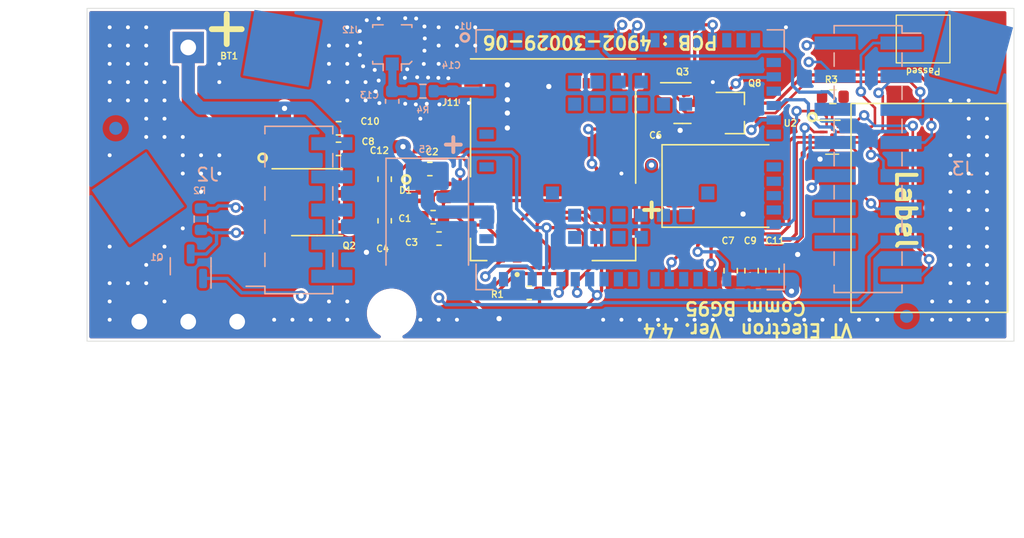
<source format=kicad_pcb>
(kicad_pcb (version 20240108) (generator "pcbnew") (generator_version "8.0")
  (layers (0 "F.Cu" signal) (1 "In1.Cu" signal) (2 "In2.Cu" signal) (31 "B.Cu" signal) (34 "B.Paste" user) (35 "F.Paste" user) (36 "B.SilkS" user "B.Silkscreen") (37 "F.SilkS" user "F.Silkscreen") (38 "B.Mask" user) (39 "F.Mask" user) (44 "Edge.Cuts" user))
  (net 0 "")
  (net 1 "GND")
  (net 5 "/uGND")
  (net 6 "/uRST")
  (net 7 "/uCLK")
  (net 8 "/uData")
  (net 9 "/uVDD")
  (net 10 "/VBAT")
  (net 11 "/uStatus")
  (net 12 "/uPWRKEY")
  (net 13 "/uDTR")
  (net 14 "/TxD")
  (net 15 "/RxD")
  (net 16 "/uDCD")
  (net 17 "/RF_OUT")
  (net 19 "/RXD")
  (net 20 "/TXD")
  (net 21 "/VDD_EXT")
  (net 22 "/DTR")
  (net 23 "/DCD")
  (net 24 "/PWRKEY")
  (net 25 "/Status")
  (net 26 "/Alim")
  (net 31 "Net-(Q1-C)")
  (net 32 "Net-(U2-OE)")
  (net 58 "/+3V6d")
  (net 59 "/+3V3_UC")
  (net 60 "/RF_OUT1")
  (net 62 "/T")
  (net 63 "/R")
  (net 64 "/D+")
  (net 65 "/D-")
  (net 66 "/Vbus")
  (footprint "Capacitor_SMD:C_0603_1608Metric" (layer "F.Cu") (at 30.51 -6.5 180)
    (property "Reference" "C1")
    (property "Value" "33p")
  )
  (footprint "Capacitor_SMD:C_0603_1608Metric" (layer "F.Cu") (at 30.26 -10.19 180)
    (property "Reference" "C2")
    (property "Value" "33p")
  )
  (footprint "Capacitor_SMD:C_0603_1608Metric" (layer "F.Cu") (at 30.9626 -4.86 180)
    (property "Reference" "C3")
    (property "Value" "33p")
  )
  (footprint "Capacitor_SMD:C_0603_1608Metric" (layer "F.Cu") (at 26.797 -6.223 -90)
    (property "Reference" "C4")
    (property "Value" "100n")
  )
  (footprint "Capacitor_Tantalum_SMD:CP_EIA-7361-38_AVX-V_Pad2.18x3.30mm_HandSolder" (layer "F.Cu") (at 52.578 -8.89)
    (property "Reference" "C6")
    (property "Value" "TAJD477K006RNJ")
  )
  (footprint "Capacitor_SMD:C_0603_1608Metric_Pad1.05x0.95mm_HandSolder" (layer "F.Cu") (at 53.3 -2.4 90)
    (property "Reference" "C7")
    (property "Value" "100n")
  )
  (footprint "Capacitor_SMD:C_0603_1608Metric_Pad1.05x0.95mm_HandSolder" (layer "F.Cu") (at 23.2664 -11.7348 180)
    (property "Reference" "C8")
    (property "Value" "100n")
  )
  (footprint "Capacitor_SMD:C_0603_1608Metric_Pad1.05x0.95mm_HandSolder" (layer "F.Cu") (at 54.9 -2.4 90)
    (property "Reference" "C9")
    (property "Value" "33p")
  )
  (footprint "Capacitor_SMD:C_0603_1608Metric_Pad1.05x0.95mm_HandSolder" (layer "F.Cu") (at 23.2664 -13.3096 180)
    (property "Reference" "C10")
    (property "Value" "33p")
  )
  (footprint "Capacitor_SMD:C_0603_1608Metric_Pad1.05x0.95mm_HandSolder" (layer "F.Cu") (at 56.5 -2.4 90)
    (property "Reference" "C11")
    (property "Value" "10p")
  )
  (footprint "Capacitor_SMD:C_0603_1608Metric_Pad1.05x0.95mm_HandSolder" (layer "F.Cu") (at 26.797 -9.412 -90)
    (property "Reference" "C12")
    (property "Value" "10p")
  )
  (footprint "Diode_SMD:SC70-6" (layer "F.Cu") (at 30.51 -8.4 -90)
    (property "Reference" "D1")
    (property "Value" "SMF05C.TCT" (hide yes))
  )
  (footprint "Package_SO:SOIC-8_3.9x4.9mm_P1.27mm" (layer "F.Cu") (at 21.625 -7.65)
    (property "Reference" "Q2")
    (property "Value" "AO4459" (hide yes))
  )
  (footprint "Package_TO_SOT_SMD:SOT-23" (layer "F.Cu") (at 53.594 -14.478)
    (property "Reference" "Q8")
    (property "Value" "DTC143TKAT146")
  )
  (footprint "Resistor_SMD:R_0603_1608Metric" (layer "F.Cu") (at 37.8714 -0.7112 180)
    (property "Reference" "R1")
    (property "Value" "15k")
  )
  (footprint "Connector_Molex:MOLEX_78646-3001" (layer "F.Cu") (at 39.7 -10.9 90)
    (property "Reference" "J11")
    (property "Value" "78646-3001")
  )
  (footprint "Package_DFN_QFN:Texas_R_PUQFN-N12" (layer "F.Cu") (at 61.075 -12.625)
    (property "Reference" "U2")
    (property "Value" "TXB0104RUT" (hide yes))
  )
  (footprint "Resistor_SMD:R_0603_1608Metric" (layer "F.Cu") (at 61.125 -15.725)
    (property "Reference" "R3")
    (property "Value" "4k7")
  )
  (footprint "Battery:HLC1520-3P" (layer "F.Cu") (at 11.75 -19.5 -90)
    (property "Reference" "BT1")
    (property "Value" "HLC1520-3P")
  )
  (footprint "MountingHole:MountingHole_2.5mm  Simpla" (layer "F.Cu") (at 27.3304 0.8636)
    (property "Reference" "H1" (hide yes))
    (property "Value" "MountingHole" (hide yes))
  )
  (footprint "Fiducial:Fiducial_1mm_Mask2mm" (layer "F.Cu") (at 72.2376 -20.2946)
    (property "Reference" "FID1" (hide yes))
    (property "Value" "Fiducial" (hide yes))
  )
  (footprint "Fiducial:Fiducial_1mm_Mask2mm" (layer "F.Cu") (at 6.223 -2.794)
    (property "Reference" "FID4" (hide yes))
    (property "Value" "Fiducial" (hide yes))
  )
  (footprint "Symbol:EtichetaDubla" (layer "F.Cu") (at 68.52 -7.21 -90)
    (property "Reference" "TP1" (hide yes))
    (property "Value" "Eticheta" (hide yes))
  )
  (footprint "Package_TO_SOT_SMD:SOT-23" (layer "F.Cu") (at 49.6085 -15.24)
    (property "Reference" "Q3")
    (property "Value" "DTC143TKAT146")
  )
  (footprint "BG95:XCVR_BG95M3LA-64-SGNS" (layer "B.Cu") (at 45.6 -10.9 -90)
    (property "Reference" "U1")
    (property "Value" "BG95")
  )
  (footprint "Capacitor_Tantalum_SMD:CP_EIA-7361-38_AVX-V_Pad2.18x3.30mm_HandSolder" (layer "B.Cu") (at 30.06 -6.48 -90)
    (property "Reference" "C5")
    (property "Value" "TAJD477K006RNJ")
  )
  (footprint "Connector_Coaxial:U.FL_Molex_MCRF_73412-0110_Vertical" (layer "B.Cu") (at 27.3812 -19.7358 180)
    (property "Reference" "J12")
    (property "Value" "CONUFL001-SMD-T" (hide yes))
  )
  (footprint "Connector_PinHeader_2.54mm:PinHeader_2x08_P2.54mm_Vertical_SMD_MOD" (layer "B.Cu") (at 63.825 -10.95 180)
    (property "Reference" "J3")
    (property "Value" "Conn_02x08_Counter_Clockwise")
  )
  (footprint "TestPoint:TestPoint_Pad_5.1x5.1mm" (layer "B.Cu") (at 18.8976 -19.431 170)
    (property "Reference" "J5" (hide yes))
    (property "Value" "Conn_01x01_Male" (hide yes))
  )
  (footprint "Fiducial:Fiducial_1mm_Mask2mm" (layer "B.Cu") (at 66.7766 1.0922 180)
    (property "Reference" "FID2" (hide yes))
    (property "Value" "Fiducial" (hide yes))
  )
  (footprint "Resistor_SMD:R_0603_1608Metric" (layer "B.Cu") (at 29.725 -16.15)
    (property "Reference" "R4")
    (property "Value" "0")
  )
  (footprint "Connector_PinHeader_2.54mm:PinHeader_2x05_P2.54mm_Vertical_SMD_MOD" (layer "B.Cu") (at 20.225 -7.05)
    (property "Reference" "J2")
    (property "Value" "Conn_02x05_Counter_Clockwise")
  )
  (footprint "Package_TO_SOT_SMD:SOT-23" (layer "B.Cu") (at 11.938 -2.7432 90)
    (property "Reference" "Q1")
    (property "Value" "DTC143TKAT146")
  )
  (footprint "Capacitor_SMD:C_0603_1608Metric" (layer "B.Cu") (at 27.375 -15.375 -90)
    (property "Reference" "C13")
    (property "Value" "DNP")
  )
  (footprint "TestPoint:TestPoint_Pad_5.1x5.1mm" (layer "B.Cu") (at 71.8058 -19.2278 165)
    (property "Reference" "J6" (hide yes))
    (property "Value" "Conn_01x01_Male" (hide yes))
  )
  (footprint "TestPoint:TestPoint_Pad_5.1x5.1mm" (layer "B.Cu") (at 7.9 -7.9502 125)
    (property "Reference" "J4" (hide yes))
    (property "Value" "Conn_01x01_Male" (hide yes))
  )
  (footprint "Resistor_SMD:R_0603_1608Metric" (layer "B.Cu") (at 12.7254 -6.35 -90)
    (property "Reference" "R2")
    (property "Value" "4k7" (hide yes))
  )
  (footprint "Fiducial:Fiducial_1mm_Mask2mm" (layer "B.Cu") (at 6.1976 -13.3096 180)
    (property "Reference" "FID3" (hide yes))
    (property "Value" "Fiducial" (hide yes))
  )
  (footprint "Capacitor_SMD:C_0603_1608Metric" (layer "B.Cu") (at 32 -15.375 -90)
    (property "Reference" "C14")
    (property "Value" "DNP")
  )
  (gr_circle (center 32.9438 -20.2692) (end 33.253847 -20.2692) (stroke (width 0.2)) (fill none) (layer "B.SilkS"))
  (gr_circle (center 28.448 -9.398) (end 28.758047 -9.398) (stroke (width 0.2)) (fill none) (layer "F.SilkS"))
  (gr_circle (center 59.563 -14.1732) (end 59.873047 -14.1732) (stroke (width 0.2)) (fill none) (layer "F.SilkS"))
  (gr_circle (center 17.4498 -11.049) (end 17.759847 -11.049) (stroke (width 0.2)) (fill none) (layer "F.SilkS"))
  (gr_rect (start 65.9826 -21.9776) (end 70.0974 -18.32) (stroke (width 0.1)) (fill none) (layer "F.SilkS"))
  (gr_line (start 4 -22.5) (end 4 3) (stroke (width 0.05)) (layer "Edge.Cuts"))
  (gr_line (start 75 3) (end 4 3) (stroke (width 0.05)) (layer "Edge.Cuts"))
  (gr_line (start 75 3) (end 75 -22.5) (stroke (width 0.05)) (layer "Edge.Cuts"))
  (gr_line (start 75 -22.5) (end 4 -22.5) (stroke (width 0.05)) (layer "Edge.Cuts"))
  (gr_text "+" (at 32.0548 -12.1666 0) (layer "B.SilkS") (effects (font (size 1.5 1.5) (thickness 0.3))))
  (gr_text "PCB : 4902-30029-06" (at 43.3 -19.89 180) (layer "F.SilkS") (effects (font (size 1 1) (thickness 0.2))))
  (gr_text "VT Electron  Ver. 4.4\n\n" (at 54.6 1.36 180) (layer "F.SilkS") (effects (font (size 1 1) (thickness 0.2))))
  (gr_text "Label" (at 66.72 -7.1 270) (layer "F.SilkS") (effects (font (size 1.5 1.5) (thickness 0.3))))
  (gr_text "Passed" (at 68.05 -17.68 180) (layer "F.SilkS") (effects (font (size 0.5 0.5) (thickness 0.1))))
  (gr_text "Comm BG95\n\n" (at 54.44 -0.33 180) (layer "F.SilkS") (effects (font (size 1 1) (thickness 0.2))))
  (gr_text "+" (at 47.244 -7.1628 0) (layer "F.SilkS") (effects (font (size 1.5 1.5) (thickness 0.3))))
  (segment (start 56.25 -3.25) (end 56.3 -3.2) (width 0.25) (layer "F.Cu") (net 1))
  (segment (start 55.7655 -8.2555) (end 54.25 -6.74) (width 0.25) (layer "F.Cu") (net 1))
  (segment (start 60.4066 -10.775) (end 60.25 -10.775) (width 0.25) (layer "F.Cu") (net 1))
  (segment (start 56.5 -3.275) (end 58.055 -3.275) (width 0.25) (layer "F.Cu") (net 1))
  (segment (start 53.3 -3.275) (end 54.875 -3.275) (width 0.25) (layer "F.Cu") (net 1))
  (segment (start 61.075 -11.825) (end 61.075 -11.025) (width 0.25) (layer "F.Cu") (net 1))
  (segment (start 55.7655 -8.89) (end 55.7655 -8.2555) (width 0.25) (layer "F.Cu") (net 1))
  (segment (start 60.825 -10.775) (end 60.4066 -10.775) (width 0.25) (layer "F.Cu") (net 1))
  (segment (start 49.43 -13.15) (end 49.808 -13.528) (width 0.25) (layer "F.Cu") (net 1))
  (segment (start 60.4066 -10.775) (end 60.3196 -10.775) (width 0.25) (layer "F.Cu") (net 1))
  (segment (start 58.432288 -3.647712) (end 58.432288 -3.644211) (width 0.25) (layer "F.Cu") (net 1))
  (segment (start 60.3196 -10.775) (end 60.1472 -10.9474) (width 0.25) (layer "F.Cu") (net 1))
  (segment (start 48.9 -13.15) (end 49.43 -13.15) (width 0.25) (layer "F.Cu") (net 1))
  (segment (start 60.25 -10.775) (end 60.225 -10.8) (width 0.25) (layer "F.Cu") (net 1))
  (segment (start 58.055 -3.275) (end 58.43 -3.65) (width 0.25) (layer "F.Cu") (net 1))
  (segment (start 48.671 -14.29) (end 48.671 -13.379) (width 0.25) (layer "F.Cu") (net 1))
  (segment (start 54.9 -3.275) (end 56.275 -3.275) (width 0.25) (layer "F.Cu") (net 1))
  (segment (start 48.671 -13.379) (end 48.9 -13.15) (width 0.25) (layer "F.Cu") (net 1))
  (segment (start 54.875 -3.275) (end 54.9 -3.25) (width 0.25) (layer "F.Cu") (net 1))
  (segment (start 49.808 -13.528) (end 52.594 -13.528) (width 0.25) (layer "F.Cu") (net 1))
  (segment (start 54.875 -3.275) (end 54.9 -3.3) (width 0.25) (layer "F.Cu") (net 1))
  (segment (start 58.43 -3.65) (end 58.432288 -3.647712) (width 0.25) (layer "F.Cu") (net 1))
  (segment (start 61.075 -11.025) (end 60.825 -10.775) (width 0.25) (layer "F.Cu") (net 1))
  (via (at 30.0228 -15.1892) (size 0.6) (drill 0.3) (layers "F.Cu" "B.Cu") (net 1))
  (via (at 22.533 -0.045394) (size 0.6) (drill 0.3) (layers "F.Cu" "B.Cu") (net 1))
  (via (at 12.733 -9.845394) (size 0.6) (drill 0.3) (layers "F.Cu" "B.Cu") (net 1))
  (via (at 71.533 -8.445394) (size 0.6) (drill 0.3) (layers "F.Cu" "B.Cu") (net 1))
  (via (at 58.933 1.354606) (size 0.6) (drill 0.3) (layers "F.Cu" "B.Cu") (net 1))
  (via (at 39.37 -16.51) (size 0.8) (drill 0.4) (layers "F.Cu" "B.Cu") (net 1))
  (via (at 26.3398 -16.9672) (size 0.6) (drill 0.3) (layers "F.Cu" "B.Cu") (net 1))
  (via (at 11.333 -11.245394) (size 0.6) (drill 0.3) (layers "F.Cu" "B.Cu") (net 1))
  (via (at 30.933 -18.245394) (size 0.6) (drill 0.3) (layers "F.Cu" "B.Cu") (net 1))
  (via (at 70.133 -8.445394) (size 0.6) (drill 0.3) (layers "F.Cu" "B.Cu") (net 1))
  (via (at 70.133 -7.045394) (size 0.6) (drill 0.3) (layers "F.Cu" "B.Cu") (net 1))
  (via (at 58.432288 -3.644211) (size 0.8) (drill 0.4) (layers "F.Cu" "B.Cu") (net 1))
  (via (at 28.5242 -17.8308) (size 0.6) (drill 0.3) (layers "F.Cu" "B.Cu") (net 1))
  (via (at 5.733 -4.245394) (size 0.6) (drill 0.3) (layers "F.Cu" "B.Cu") (net 1))
  (via (at 60.333 1.354606) (size 0.6) (drill 0.3) (layers "F.Cu" "B.Cu") (net 1))
  (via (at 29.533 -14.045394) (size 0.6) (drill 0.3) (layers "F.Cu" "B.Cu") (net 1))
  (via (at 32.333 1.354606) (size 0.6) (drill 0.3) (layers "F.Cu" "B.Cu") (net 1))
  (via (at 36.195 -13.335) (size 0.8) (drill 0.4) (layers "F.Cu" "B.Cu") (net 1))
  (via (at 11.333 -12.645394) (size 0.6) (drill 0.3) (layers "F.Cu" "B.Cu") (net 1))
  (via (at 70.133 -5.645394) (size 0.6) (drill 0.3) (layers "F.Cu" "B.Cu") (net 1))
  (via (at 26.035 -17.78) (size 0.6) (drill 0.3) (layers "F.Cu" "B.Cu") (net 1))
  (via (at 24.9174 -19.8628) (size 0.6) (drill 0.3) (layers "F.Cu" "B.Cu") (net 1))
  (via (at 72.933 -11.245394) (size 0.6) (drill 0.3) (layers "F.Cu" "B.Cu") (net 1))
  (via (at 72.933 1.354606) (size 0.6) (drill 0.3) (layers "F.Cu" "B.Cu") (net 1))
  (via (at 72.933 -4.245394) (size 0.6) (drill 0.3) (layers "F.Cu" "B.Cu") (net 1))
  (via (at 5.733 -11.245394) (size 0.6) (drill 0.3) (layers "F.Cu" "B.Cu") (net 1))
  (via (at 72.933 -9.845394) (size 0.6) (drill 0.3) (layers "F.Cu" "B.Cu") (net 1))
  (via (at 5.733 -21.045394) (size 0.6) (drill 0.3) (layers "F.Cu" "B.Cu") (net 1))
  (via (at 33.733 -21.045394) (size 0.6) (drill 0.3) (layers "F.Cu" "B.Cu") (net 1))
  (via (at 14.133 -18.245394) (size 0.6) (drill 0.3) (layers "F.Cu" "B.Cu") (net 1))
  (via (at 5.733 -19.645394) (size 0.6) (drill 0.3) (layers "F.Cu" "B.Cu") (net 1))
  (via (at 35.56 1.27) (size 0.8) (drill 0.4) (layers "F.Cu" "B.Cu") (net 1))
  (via (at 30.1244 -17.1958) (size 0.6) (drill 0.3) (layers "F.Cu" "B.Cu") (net 1))
  (via (at 29.7942 -18.2372) (size 0.6) (drill 0.3) (layers "F.Cu" "B.Cu") (net 1))
  (via (at 12.733 -8.445394) (size 0.6) (drill 0.3) (layers "F.Cu" "B.Cu") (net 1))
  (via (at 70.133 -11.245394) (size 0.6) (drill 0.3) (layers "F.Cu" "B.Cu") (net 1))
  (via (at 71.533 -1.445394) (size 0.6) (drill 0.3) (layers "F.Cu" "B.Cu") (net 1))
  (via (at 60.1472 -10.9474) (size 0.8) (drill 0.4) (layers "F.Cu" "B.Cu") (net 1))
  (via (at 22.533 -18.245394) (size 0.6) (drill 0.3) (layers "F.Cu" "B.Cu") (net 1))
  (via (at 29.533 1.354606) (size 0.6) (drill 0.3) (layers "F.Cu" "B.Cu") (net 1))
  (via (at 8.533 -16.845394) (size 0.6) (drill 0.3) (layers "F.Cu" "B.Cu") (net 1))
  (via (at 7.133 -21.045394) (size 0.6) (drill 0.3) (layers "F.Cu" "B.Cu") (net 1))
  (via (at 26.3906 -15.24) (size 0.6) (drill 0.3) (layers "F.Cu" "B.Cu") (net 1))
  (via (at 33.733 -19.645394) (size 0.6) (drill 0.3) (layers "F.Cu" "B.Cu") (net 1))
  (via (at 70.133 -9.845394) (size 0.6) (drill 0.3) (layers "F.Cu" "B.Cu") (net 1))
  (via (at 44.933 -9.845394) (size 0.6) (drill 0.3) (layers "F.Cu" "B.Cu") (net 1))
  (via (at 29.2862 -17.2212) (size 0.6) (drill 0.3) (layers "F.Cu" "B.Cu") (net 1))
  (via (at 9.933 -0.045394) (size 0.6) (drill 0.3) (layers "F.Cu" "B.Cu") (net 1))
  (via (at 8.533 -21.045394) (size 0.6) (drill 0.3) (layers "F.Cu" "B.Cu") (net 1))
  (via (at 70.133 1.354606) (size 0.6) (drill 0.3) (layers "F.Cu" "B.Cu") (net 1))
  (via (at 5.733 -1.445394) (size 0.6) (drill 0.3) (layers "F.Cu" "B.Cu") (net 1))
  (via (at 7.133 -1.445394) (size 0.6) (drill 0.3) (layers "F.Cu" "B.Cu") (net 1))
  (via (at 25.333 -16.845394) (size 0.6) (drill 0.3) (layers "F.Cu" "B.Cu") (net 1))
  (via (at 72.933 -5.645394) (size 0.6) (drill 0.3) (layers "F.Cu" "B.Cu") (net 1))
  (via (at 71.533 -9.845394) (size 0.6) (drill 0.3) (layers "F.Cu" "B.Cu") (net 1))
  (via (at 9.933 -15.445394) (size 0.6) (drill 0.3) (layers "F.Cu" "B.Cu") (net 1))
  (via (at 8.533 -15.445394) (size 0.6) (drill 0.3) (layers "F.Cu" "B.Cu") (net 1))
  (via (at 49.133 1.354606) (size 0.6) (drill 0.3) (layers "F.Cu" "B.Cu") (net 1))
  (via (at 14.133 -9.845394) (size 0.6) (drill 0.3) (layers "F.Cu" "B.Cu") (net 1))
  (via (at 57.533 -21.045394) (size 0.6) (drill 0.3) (layers "F.Cu" "B.Cu") (net 1))
  (via (at 31.6738 -17.145) (size 0.6) (drill 0.3) (layers "F.Cu" "B.Cu") (net 1))
  (via (at 8.533 -2.845394) (size 0.6) (drill 0.3) (layers "F.Cu" "B.Cu") (net 1))
  (via (at 28.3718 -15.1892) (size 0.6) (drill 0.3) (layers "F.Cu" "B.Cu") (net 1))
  (via (at 70.133 -0.045394) (size 0.6) (drill 0.3) (layers "F.Cu" "B.Cu") (net 1))
  (via (at 57.533 1.354606) (size 0.6) (drill 0.3) (layers "F.Cu" "B.Cu") (net 1))
  (via (at 9.933 -12.645394) (size 0.6) (drill 0.3) (layers "F.Cu" "B.Cu") (net 1))
  (via (at 25.333 -15.445394) (size 0.6) (drill 0.3) (layers "F.Cu" "B.Cu") (net 1))
  (via (at 32.333 -19.645394) (size 0.6) (drill 0.3) (layers "F.Cu" "B.Cu") (net 1))
  (via (at 72.933 -12.645394) (size 0.6) (drill 0.3) (layers "F.Cu" "B.Cu") (net 1))
  (via (at 36.195 -14.478) (size 0.8) (drill 0.4) (layers "F.Cu" "B.Cu") (net 1))
  (via (at 72.933 -7.045394) (size 0.6) (drill 0.3) (layers "F.Cu" "B.Cu") (net 1))
  (via (at 18.333 1.354606) (size 0.6) (drill 0.3) (layers "F.Cu" "B.Cu") (net 1))
  (via (at 71.533 1.354606) (size 0.6) (drill 0.3) (layers "F.Cu" "B.Cu") (net 1))
  (via (at 43.533 1.354606) (size 0.6) (drill 0.3) (layers "F.Cu" "B.Cu") (net 1))
  (via (at 7.133 -15.445394) (size 0.6) (drill 0.3) (layers "F.Cu" "B.Cu") (net 1))
  (via (at 30.9118 -17.1704) (size 0.6) (drill 0.3) (layers "F.Cu" "B.Cu") (net 1))
  (via (at 8.533 -14.045394) (size 0.6) (drill 0.3) (layers "F.Cu" "B.Cu") (net 1))
  (via (at 63.133 1.354606) (size 0.6) (drill 0.3) (layers "F.Cu" "B.Cu") (net 1))
  (via (at 26.3398 -21.717) (size 0.6) (drill 0.3) (layers "F.Cu" "B.Cu") (net 1))
  (via (at 12.733 -11.245394) (size 0.6) (drill 0.3) (layers "F.Cu" "B.Cu") (net 1))
  (via (at 8.533 -12.645394) (size 0.6) (drill 0.3) (layers "F.Cu" "B.Cu") (net 1))
  (via (at 68.733 1.354606) (size 0.6) (drill 0.3) (layers "F.Cu" "B.Cu") (net 1))
  (via (at 23.933 -16.845394) (size 0.6) (drill 0.3) (layers "F.Cu" "B.Cu") (net 1))
  (via (at 7.133 -18.245394) (size 0.6) (drill 0.3) (layers "F.Cu" "B.Cu") (net 1))
  (via (at 28.3464 -17.1704) (size 0.6) (drill 0.3) (layers "F.Cu" "B.Cu") (net 1))
  (via (at 22.533 1.354606) (size 0.6) (drill 0.3) (layers "F.Cu" "B.Cu") (net 1))
  (via (at 70.133 -1.445394) (size 0.6) (drill 0.3) (layers "F.Cu" "B.Cu") (net 1))
  (via (at 24.892 -18.923) (size 0.6) (drill 0.3) (layers "F.Cu" "B.Cu") (net 1))
  (via (at 7.133 -16.845394) (size 0.6) (drill 0.3) (layers "F.Cu" "B.Cu") (net 1))
  (via (at 8.533 -1.445394) (size 0.6) (drill 0.3) (layers "F.Cu" "B.Cu") (net 1))
  (via (at 71.533 -4.245394) (size 0.6) (drill 0.3) (layers "F.Cu" "B.Cu") (net 1))
  (via (at 23.933 1.354606) (size 0.6) (drill 0.3) (layers "F.Cu" "B.Cu") (net 1))
  (via (at 29.845 -19.2532) (size 0.6) (drill 0.3) (layers "F.Cu" "B.Cu") (net 1))
  (via (at 8.533 -18.245394) (size 0.6) (drill 0.3) (layers "F.Cu" "B.Cu") (net 1))
  (via (at 29.21 -21.717) (size 0.6) (drill 0.3) (layers "F.Cu" "B.Cu") (net 1))
  (via (at 30.933 1.354606) (size 0.6) (drill 0.3) (layers "F.Cu" "B.Cu") (net 1))
  (via (at 8.533 -19.645394) (size 0.6) (drill 0.3) (layers "F.Cu" "B.Cu") (net 1))
  (via (at 24.892 -20.7518) (size 0.6) (drill 0.3) (layers "F.Cu" "B.Cu") (net 1))
  (via (at 30.933 -19.645394) (size 0.6) (drill 0.3) (layers "F.Cu" "B.Cu") (net 1))
  (via (at 14.133 -11.245394) (size 0.6) (drill 0.3) (layers "F.Cu" "B.Cu") (net 1))
  (via (at 11.333 -5.645394) (size 0.6) (drill 0.3) (layers "F.Cu" "B.Cu") (net 1))
  (via (at 14.133 -16.845394) (size 0.6) (drill 0.3) (layers "F.Cu" "B.Cu") (net 1))
  (via (at 30.933 -21.045394) (size 0.6) (drill 0.3) (layers "F.Cu" "B.Cu") (net 1))
  (via (at 71.533 -12.645394) (size 0.6) (drill 0.3) (layers "F.Cu" "B.Cu") (net 1))
  (via (at 25.4 -3.81) (size 0.8) (drill 0.4) (layers "F.Cu" "B.Cu") (net 1))
  (via (at 36.195 -16.637) (size 0.8) (drill 0.4) (layers "F.Cu" "B.Cu") (net 1))
  (via (at 49.43 -13.15) (size 0.8) (drill 0.4) (layers "F.Cu" "B.Cu") (net 1))
  (via (at 36.195 -15.494) (size 0.8) (drill 0.4) (layers "F.Cu" "B.Cu") (net 1))
  (via (at 22.533 -19.645394) (size 0.6) (drill 0.3) (layers "F.Cu" "B.Cu") (net 1))
  (via (at 23.933 -19.645394) (size 0.6) (drill 0.3) (layers "F.Cu" "B.Cu") (net 1))
  (via (at 23.933 -21.045394) (size 0.6) (drill 0.3) (layers "F.Cu" "B.Cu") (net 1))
  (via (at 9.933 -4.245394) (size 0.6) (drill 0.3) (layers "F.Cu" "B.Cu") (net 1))
  (via (at 19.733 1.354606) (size 0.6) (drill 0.3) (layers "F.Cu" "B.Cu") (net 1))
  (via (at 70.133 -15.445394) (size 0.6) (drill 0.3) (layers "F.Cu" "B.Cu") (net 1))
  (via (at 72.933 -14.045394) (size 0.6) (drill 0.3) (layers "F.Cu" "B.Cu") (net 1))
  (via (at 44.933 1.354606) (size 0.6) (drill 0.3) (layers "F.Cu" "B.Cu") (net 1))
  (via (at 32.333 -21.045394) (size 0.6) (drill 0.3) (layers "F.Cu" "B.Cu") (net 1))
  (via (at 72.933 -0.045394) (size 0.6) (drill 0.3) (layers "F.Cu" "B.Cu") (net 1))
  (via (at 21.133 1.354606) (size 0.6) (drill 0.3) (layers "F.Cu" "B.Cu") (net 1))
  (via (at 56.133 1.354606) (size 0.6) (drill 0.3) (layers "F.Cu" "B.Cu") (net 1))
  (via (at 33.2486 -15.24) (size 0.6) (drill 0.3) (layers "F.Cu" "B.Cu") (net 1))
  (via (at 50.533 1.354606) (size 0.6) (drill 0.3) (layers "F.Cu" "B.Cu") (net 1))
  (via (at 71.533 -2.845394) (size 0.6) (drill 0.3) (layers "F.Cu" "B.Cu") (net 1))
  (via (at 25.4254 -21.59) (size 0.6) (drill 0.3) (layers "F.Cu" "B.Cu") (net 1))
  (via (at 5.733 1.354606) (size 0.6) (drill 0.3) (layers "F.Cu" "B.Cu") (net 1))
  (via (at 23.933 -18.245394) (size 0.6) (drill 0.3) (layers "F.Cu" "B.Cu") (net 1))
  (via (at 29.1846 -15.1384) (size 0.6) (drill 0.3) (layers "F.Cu" "B.Cu") (net 1))
  (via (at 71.533 -11.245394) (size 0.6) (drill 0.3) (layers "F.Cu" "B.Cu") (net 1))
  (via (at 71.533 -15.445394) (size 0.6) (drill 0.3) (layers "F.Cu" "B.Cu") (net 1))
  (via (at 5.733 -18.245394) (size 0.6) (drill 0.3) (layers "F.Cu" "B.Cu") (net 1))
  (via (at 29.845 -21.1074) (size 0.6) (drill 0.3) (layers "F.Cu" "B.Cu") (net 1))
  (via (at 26.1112 -16.129) (size 0.6) (drill 0.3) (layers "F.Cu" "B.Cu") (net 1))
  (via (at 47.733 1.354606) (size 0.6) (drill 0.3) (layers "F.Cu" "B.Cu") (net 1))
  (via (at 72.933 -8.445394) (size 0.6) (drill 0.3) (layers "F.Cu" "B.Cu") (net 1))
  (via (at 5.733 -15.445394) (size 0.6) (drill 0.3) (layers "F.Cu" "B.Cu") (net 1))
  (via (at 28.3718 -21.7424) (size 0.6) (drill 0.3) (layers "F.Cu" "B.Cu") (net 1))
  (via (at 54.25 -6.74) (size 0.8) (drill 0.4) (layers "F.Cu" "B.Cu") (net 1))
  (via (at 68.733 -0.045394) (size 0.6) (drill 0.3) (layers "F.Cu" "B.Cu") (net 1))
  (via (at 47.733 -12.645394) (size 0.6) (drill 0.3) (layers "F.Cu" "B.Cu") (net 1))
  (via (at 51.933 1.354606) (size 0.6) (drill 0.3) (layers "F.Cu" "B.Cu") (net 1))
  (via (at 71.533 -14.045394) (size 0.6) (drill 0.3) (layers "F.Cu" "B.Cu") (net 1))
  (via (at 22.533 -16.845394) (size 0.6) (drill 0.3) (layers "F.Cu" "B.Cu") (net 1))
  (via (at 64.533 1.354606) (size 0.6) (drill 0.3) (layers "F.Cu" "B.Cu") (net 1))
  (via (at 29.8704 -20.193) (size 0.6) (drill 0.3) (layers "F.Cu" "B.Cu") (net 1))
  (via (at 9.933 -14.045394) (size 0.6) (drill 0.3) (layers "F.Cu" "B.Cu") (net 1))
  (via (at 9.933 -16.845394) (size 0.6) (drill 0.3) (layers "F.Cu" "B.Cu") (net 1))
  (via (at 54.733 1.354606) (size 0.6) (drill 0.3) (layers "F.Cu" "B.Cu") (net 1))
  (via (at 72.933 -1.445394) (size 0.6) (drill 0.3) (layers "F.Cu" "B.Cu") (net 1))
  (via (at 23.933 -0.045394) (size 0.6) (drill 0.3) (layers "F.Cu" "B.Cu") (net 1))
  (via (at 71.533 -0.045394) (size 0.6) (drill 0.3) (layers "F.Cu" "B.Cu") (net 1))
  (via (at 7.133 -19.645394) (size 0.6) (drill 0.3) (layers "F.Cu" "B.Cu") (net 1))
  (via (at 46.333 1.354606) (size 0.6) (drill 0.3) (layers "F.Cu" "B.Cu") (net 1))
  (via (at 70.133 -2.845394) (size 0.6) (drill 0.3) (layers "F.Cu" "B.Cu") (net 1))
  (via (at 5.733 -16.845394) (size 0.6) (drill 0.3) (layers "F.Cu" "B.Cu") (net 1))
  (via (at 71.533 -7.045394) (size 0.6) (drill 0.3) (layers "F.Cu" "B.Cu") (net 1))
  (via (at 25.146 -18.0594) (size 0.6) (drill 0.3) (layers "F.Cu" "B.Cu") (net 1))
  (via (at 72.933 -2.845394) (size 0.6) (drill 0.3) (layers "F.Cu" "B.Cu") (net 1))
  (via (at 70.133 -4.245394) (size 0.6) (drill 0.3) (layers "F.Cu" "B.Cu") (net 1))
  (via (at 61.733 1.354606) (size 0.6) (drill 0.3) (layers "F.Cu" "B.Cu") (net 1))
  (via (at 5.733 -0.045394) (size 0.6) (drill 0.3) (layers "F.Cu" "B.Cu") (net 1))
  (via (at 30.988 -15.1384) (size 0.6) (drill 0.3) (layers "F.Cu" "B.Cu") (net 1))
  (via (at 11.333 -9.845394) (size 0.6) (drill 0.3) (layers "F.Cu" "B.Cu") (net 1))
  (via (at 53.333 1.354606) (size 0.6) (drill 0.3) (layers "F.Cu" "B.Cu") (net 1))
  (via (at 23.933 -15.445394) (size 0.6) (drill 0.3) (layers "F.Cu" "B.Cu") (net 1))
  (via (at 51.933 -16.845394) (size 0.6) (drill 0.3) (layers "F.Cu" "B.Cu") (net 1))
  (segment (start 33.43 -7.775) (end 35.925 -7.775) (width 0.25) (layer "F.Cu") (net 5))
  (segment (start 35.675 -4.725) (end 34.5 -5.9) (width 0.25) (layer "F.Cu") (net 5))
  (segment (start 43.025 -7.775) (end 43.025 -10.25) (width 0.25) (layer "F.Cu") (net 5))
  (segment (start 42.4 -13.25) (end 45.175 -13.25) (width 0.25) (layer "F.Cu") (net 5))
  (segment (start 28.01 -6.9) (end 28.41 -6.5) (width 0.25) (layer "F.Cu") (net 5))
  (segment (start 34.5 -5.9) (end 33.6 -5.9) (width 0.25) (layer "F.Cu") (net 5))
  (segment (start 29.4725 -10.19) (end 29.4725 -10.9225) (width 0.25) (layer "F.Cu") (net 5))
  (segment (start 36.795 -7.775) (end 43.025 -7.775) (width 0.25) (layer "F.Cu") (net 5))
  (segment (start 45.24 -17.9) (end 45.805 -17.335) (width 0.25) (layer "F.Cu") (net 5))
  (segment (start 28.41 -6.5) (end 29.61 -6.5) (width 0.25) (layer "F.Cu") (net 5))
  (segment (start 28.11 -8.4) (end 28.01 -8.3) (width 0.25) (layer "F.Cu") (net 5))
  (segment (start 27.8995 -7.0105) (end 28.01 -6.9) (width 0.25) (layer "F.Cu") (net 5))
  (segment (start 26.797 -7.0105) (end 27.8995 -7.0105) (width 0.25) (layer "F.Cu") (net 5))
  (segment (start 29.6 -11.05) (end 29.01 -11.05) (width 0.25) (layer "F.Cu") (net 5))
  (segment (start 32.78548 -11.05) (end 29.6 -11.05) (width 0.25) (layer "F.Cu") (net 5))
  (segment (start 45.925 -7.775) (end 46 -7.7) (width 0.25) (layer "F.Cu") (net 5))
  (segment (start 29.4725 -10.9225) (end 29.6 -11.05) (width 0.25) (layer "F.Cu") (net 5))
  (segment (start 35.55 -17.9) (end 45.24 -17.9) (width 0.25) (layer "F.Cu") (net 5))
  (segment (start 46 -7.7) (end 46 -5.8) (width 0.25) (layer "F.Cu") (net 5))
  (segment (start 29.7225 -5.3126) (end 30.1751 -4.86) (width 0.25) (layer "F.Cu") (net 5))
  (segment (start 35.675 -3.605) (end 35.675 -3.135) (width 0.25) (layer "F.Cu") (net 5))
  (segment (start 29.01 -11.05) (end 28.16 -10.2) (width 0.25) (layer "F.Cu") (net 5))
  (segment (start 43.025 -10.25) (end 42.675 -10.6) (width 0.25) (layer "F.Cu") (net 5))
  (segment (start 35.675 -3.605) (end 35.675 -4.725) (width 0.25) (layer "F.Cu") (net 5))
  (segment (start 28.01 -10.05) (end 28.01 -8.3) (width 0.25) (layer "F.Cu") (net 5))
  (segment (start 45.805 -13.88) (end 45.805 -17.335) (width 0.25) (layer "F.Cu") (net 5))
  (segment (start 43.025 -7.775) (end 45.925 -7.775) (width 0.25) (layer "F.Cu") (net 5))
  (segment (start 35.925 -7.775) (end 36.795 -7.775) (width 0.25) (layer "F.Cu") (net 5))
  (segment (start 34.985 -17.335) (end 35.55 -17.9) (width 0.25) (layer "F.Cu") (net 5))
  (segment (start 33.4 -5.9) (end 33.4 -7.8) (width 0.25) (layer "F.Cu") (net 5))
  (segment (start 33.6 -5.9) (end 33.4 -5.9) (width 0.25) (layer "F.Cu") (net 5))
  (segment (start 29.7225 -6.5) (end 29.7225 -5.3126) (width 0.25) (layer "F.Cu") (net 5))
  (segment (start 33.43 -10.40548) (end 32.78548 -11.05) (width 0.25) (layer "F.Cu") (net 5))
  (segment (start 28.01 -6.9) (end 28.01 -8.3) (width 0.25) (layer "F.Cu") (net 5))
  (segment (start 35.675 -3.135) (end 35.675 -3.125) (width 0.25) (layer "F.Cu") (net 5))
  (segment (start 29.56 -8.4) (end 28.11 -8.4) (width 0.25) (layer "F.Cu") (net 5))
  (segment (start 45.175 -13.25) (end 45.805 -13.88) (width 0.25) (layer "F.Cu") (net 5))
  (segment (start 28.16 -10.2) (end 28.01 -10.05) (width 0.25) (layer "F.Cu") (net 5))
  (segment (start 33.595 -17.335) (end 34.985 -17.335) (width 0.25) (layer "F.Cu") (net 5))
  (segment (start 33.43 -7.775) (end 33.43 -10.40548) (width 0.25) (layer "F.Cu") (net 5))
  (segment (start 35.675 -3.125) (end 34.51 -1.96) (width 0.25) (layer "F.Cu") (net 5))
  (via (at 42.675 -10.6) (size 0.8) (drill 0.4) (layers "F.Cu" "B.Cu") (net 5))
  (via (at 34.51 -1.96) (size 0.8) (drill 0.4) (layers "F.Cu" "B.Cu") (net 5))
  (via (at 42.4 -13.25) (size 0.8) (drill 0.4) (layers "F.Cu" "B.Cu") (net 5))
  (segment (start 42.675 -12.975) (end 42.4 -13.25) (width 0.25) (layer "B.Cu") (net 5))
  (segment (start 35.31 -2.76) (end 37.69 -2.76) (width 0.25) (layer "B.Cu") (net 5))
  (segment (start 38.1 -2.35) (end 38.1 -1.75) (width 0.25) (layer "B.Cu") (net 5))
  (segment (start 42.675 -10.6) (end 42.675 -12.975) (width 0.25) (layer "B.Cu") (net 5))
  (segment (start 34.51 -1.96) (end 35.31 -2.76) (width 0.25) (layer "B.Cu") (net 5))
  (segment (start 37.69 -2.76) (end 38.1 -2.35) (width 0.25) (layer "B.Cu") (net 5))
  (segment (start 32.38 -6.5) (end 32.87 -6.01) (width 0.25) (layer "F.Cu") (net 6))
  (segment (start 36.59 -2.63) (end 39.32 -2.63) (width 0.25) (layer "F.Cu") (net 6))
  (segment (start 42.95 -5.38) (end 42.95 -2.980978) (width 0.25) (layer "F.Cu") (net 6))
  (segment (start 32.87 -2.38) (end 34.05 -1.2) (width 0.25) (layer "F.Cu") (net 6))
  (segment (start 41.905489 -6.424511) (end 42.95 -5.38) (width 0.25) (layer "F.Cu") (net 6))
  (segment (start 31.2975 -6.5) (end 31.2975 -7.5875) (width 0.25) (layer "F.Cu") (net 6))
  (segment (start 41.54 -1.570978) (end 41.54 -0.719989) (width 0.25) (layer "F.Cu") (net 6))
  (segment (start 38.475489 -5.104511) (end 38.475489 -6.000103) (width 0.25) (layer "F.Cu") (net 6))
  (segment (start 39.485 -4.095) (end 38.475489 -5.104511) (width 0.25) (layer "F.Cu") (net 6))
  (segment (start 32.87 -6.01) (end 32.87 -2.38) (width 0.25) (layer "F.Cu") (net 6))
  (segment (start 34.05 -1.2) (end 35.16 -1.2) (width 0.25) (layer "F.Cu") (net 6))
  (segment (start 39.485 -3.605) (end 39.485 -4.095) (width 0.25) (layer "F.Cu") (net 6))
  (segment (start 35.16 -1.2) (end 36.59 -2.63) (width 0.25) (layer "F.Cu") (net 6))
  (segment (start 39.32 -2.63) (end 39.485 -2.795) (width 0.25) (layer "F.Cu") (net 6))
  (segment (start 39.485 -2.795) (end 39.485 -3.605) (width 0.25) (layer "F.Cu") (net 6))
  (segment (start 38.899897 -6.424511) (end 41.905489 -6.424511) (width 0.25) (layer "F.Cu") (net 6))
  (segment (start 38.475489 -6.000103) (end 38.899897 -6.424511) (width 0.25) (layer "F.Cu") (net 6))
  (segment (start 31.2975 -6.5) (end 32.38 -6.5) (width 0.25) (layer "F.Cu") (net 6))
  (segment (start 31.2975 -7.5875) (end 31.46 -7.75) (width 0.25) (layer "F.Cu") (net 6))
  (segment (start 42.95 -2.980978) (end 41.54 -1.570978) (width 0.25) (layer "F.Cu") (net 6))
  (via (at 41.54 -0.719989) (size 0.8) (drill 0.4) (layers "F.Cu" "B.Cu") (net 6))
  (segment (start 41.4 -0.67) (end 41.449989 -0.719989) (width 0.25) (layer "B.Cu") (net 6))
  (segment (start 41.4 -1.75) (end 41.4 -0.67) (width 0.25) (layer "B.Cu") (net 6))
  (segment (start 41.449989 -0.719989) (end 41.54 -0.719989) (width 0.25) (layer "B.Cu") (net 6))
  (segment (start 32.33 -9.05) (end 32.58 -9.3) (width 0.25) (layer "F.Cu") (net 7))
  (segment (start 41.5 -5.7) (end 39.2 -5.7) (width 0.25) (layer "F.Cu") (net 7))
  (segment (start 42.025 -5.175) (end 41.5 -5.7) (width 0.25) (layer "F.Cu") (net 7))
  (segment (start 31.46 -9.05) (end 32.33 -9.05) (width 0.25) (layer "F.Cu") (net 7))
  (segment (start 31.0475 -9.4625) (end 31.46 -9.05) (width 0.25) (layer "F.Cu") (net 7))
  (segment (start 31.0475 -10.19) (end 31.0475 -9.4625) (width 0.25) (layer "F.Cu") (net 7))
  (segment (start 42.025 -3.605) (end 42.025 -5.175) (width 0.25) (layer "F.Cu") (net 7))
  (segment (start 32.58 -9.3) (end 32.58 -9.9) (width 0.25) (layer "F.Cu") (net 7))
  (via (at 32.58 -9.9) (size 0.8) (drill 0.4) (layers "F.Cu" "B.Cu") (net 7))
  (via (at 39.2 -5.7) (size 0.8) (drill 0.4) (layers "F.Cu" "B.Cu") (net 7))
  (segment (start 36.91 -7.14) (end 38.35 -5.7) (width 0.25) (layer "B.Cu") (net 7))
  (segment (start 36.53 -11.5) (end 36.91 -11.12) (width 0.25) (layer "B.Cu") (net 7))
  (segment (start 32.58 -9.9) (end 32.58 -10.94) (width 0.25) (layer "B.Cu") (net 7))
  (segment (start 32.58 -10.94) (end 33.14 -11.5) (width 0.25) (layer "B.Cu") (net 7))
  (segment (start 33.14 -11.5) (end 36.53 -11.5) (width 0.25) (layer "B.Cu") (net 7))
  (segment (start 36.91 -11.12) (end 36.91 -7.14) (width 0.25) (layer "B.Cu") (net 7))
  (segment (start 39.2 -1.9) (end 39.3 -1.8) (width 0.25) (layer "B.Cu") (net 7))
  (segment (start 39.2 -5.7) (end 39.2 -1.9) (width 0.25) (layer "B.Cu") (net 7))
  (segment (start 38.35 -5.7) (end 39.2 -5.7) (width 0.25) (layer "B.Cu") (net 7))
  (segment (start 40.50048 -2.18048) (end 37.18168 -2.18048) (width 0.25) (layer "F.Cu") (net 8))
  (segment (start 31.7501 -2.8701) (end 31.7501 -4.86) (width 0.25) (layer "F.Cu") (net 8))
  (segment (start 37.0839 -2.0827) (end 37.18168 -2.18048) (width 0.25) (layer "F.Cu") (net 8))
  (segment (start 40.13 -0.72) (end 40.755 -1.345) (width 0.25) (layer "F.Cu") (net 8))
  (segment (start 40.755 -2.435) (end 40.50048 -2.18048) (width 0.25) (layer "F.Cu") (net 8))
  (segment (start 40.755 -2.435) (end 40.755 -3.605) (width 0.25) (layer "F.Cu") (net 8))
  (segment (start 36.84048 -2.18048) (end 35.41 -0.75) (width 0.25) (layer "F.Cu") (net 8))
  (segment (start 31.46 -8.4) (end 30.81 -8.4) (width 0.25) (layer "F.Cu") (net 8))
  (segment (start 30.81 -8.4) (end 30.52 -8.11) (width 0.25) (layer "F.Cu") (net 8))
  (segment (start 30.8102 -5.5626) (end 31.3436 -5.5626) (width 0.25) (layer "F.Cu") (net 8))
  (segment (start 33.864283 -0.75) (end 32.42048 -2.193803) (width 0.25) (layer "F.Cu") (net 8))
  (segment (start 37.0839 -0.7112) (end 37.0839 -2.0827) (width 0.25) (layer "F.Cu") (net 8))
  (segment (start 30.52 -8.11) (end 30.52 -5.8528) (width 0.25) (layer "F.Cu") (net 8))
  (segment (start 31.7501 -5.1561) (end 31.7501 -4.86) (width 0.25) (layer "F.Cu") (net 8))
  (segment (start 32.42048 -2.19972) (end 31.7501 -2.8701) (width 0.25) (layer "F.Cu") (net 8))
  (segment (start 31.3436 -5.5626) (end 31.7501 -5.1561) (width 0.25) (layer "F.Cu") (net 8))
  (segment (start 40.755 -1.345) (end 40.755 -2.435) (width 0.25) (layer "F.Cu") (net 8))
  (segment (start 32.42048 -2.193803) (end 32.42048 -2.19972) (width 0.25) (layer "F.Cu") (net 8))
  (segment (start 30.52 -5.8528) (end 30.8102 -5.5626) (width 0.25) (layer "F.Cu") (net 8))
  (segment (start 35.41 -0.75) (end 33.864283 -0.75) (width 0.25) (layer "F.Cu") (net 8))
  (segment (start 37.18168 -2.18048) (end 36.84048 -2.18048) (width 0.25) (layer "F.Cu") (net 8))
  (via (at 40.13 -0.72) (size 0.8) (drill 0.4) (layers "F.Cu" "B.Cu") (net 8))
  (segment (start 40.3 -1.75) (end 40.3 -0.89) (width 0.25) (layer "B.Cu") (net 8))
  (segment (start 40.3 -0.89) (end 40.13 -0.72) (width 0.25) (layer "B.Cu") (net 8))
  (segment (start 38.6589 0.3303) (end 38.7604 0.4318) (width 0.25) (layer "F.Cu") (net 9))
  (segment (start 43.07 -0.53) (end 43.41 -0.87) (width 0.25) (layer "F.Cu") (net 9))
  (segment (start 38.7604 0.4318) (end 42.1082 0.4318) (width 0.25) (layer "F.Cu") (net 9))
  (segment (start 29.6926 -3.937) (end 28.1941 -5.4355) (width 0.25) (layer "F.Cu") (net 9))
  (segment (start 28.1941 -5.4355) (end 26.797 -5.4355) (width 0.25) (layer "F.Cu") (net 9))
  (segment (start 36.945 -5.945) (end 36.945 -3.605) (width 0.25) (layer "F.Cu") (net 9))
  (segment (start 31.1912 -3.5052) (end 30.7594 -3.937) (width 0.25) (layer "F.Cu") (net 9))
  (segment (start 31.1912 -2.7432) (end 31.1912 -3.5052) (width 0.25) (layer "F.Cu") (net 9))
  (segment (start 30.7594 -3.937) (end 29.6926 -3.937) (width 0.25) (layer "F.Cu") (net 9))
  (segment (start 43.41 -0.87) (end 43.41 -5.61) (width 0.25) (layer "F.Cu") (net 9))
  (segment (start 37.874031 -6.874031) (end 36.945 -5.945) (width 0.25) (layer "F.Cu") (net 9))
  (segment (start 42.1082 0.4318) (end 43.07 -0.53) (width 0.25) (layer "F.Cu") (net 9))
  (segment (start 34.3662 0.4318) (end 31.1912 -2.7432) (width 0.25) (layer "F.Cu") (net 9))
  (segment (start 38.6589 -0.7112) (end 38.6589 0.3303) (width 0.25) (layer "F.Cu") (net 9))
  (segment (start 43.41 -5.61) (end 42.145969 -6.874031) (width 0.25) (layer "F.Cu") (net 9))
  (segment (start 38.7604 0.4318) (end 34.3662 0.4318) (width 0.25) (layer "F.Cu") (net 9))
  (segment (start 42.145969 -6.874031) (end 37.874031 -6.874031) (width 0.25) (layer "F.Cu") (net 9))
  (via (at 43.07 -0.53) (size 0.8) (drill 0.4) (layers "F.Cu" "B.Cu") (net 9))
  (segment (start 42.5 -1.75) (end 42.5 -1.1) (width 0.25) (layer "B.Cu") (net 9))
  (segment (start 42.5 -1.1) (end 43.07 -0.53) (width 0.25) (layer "B.Cu") (net 9))
  (segment (start 24.1 -7.015) (end 24.1 -5.745) (width 1) (layer "F.Cu") (net 10))
  (segment (start 26.835 -10.325) (end 26.797 -10.287) (width 1) (layer "F.Cu") (net 10))
  (segment (start 26.835 -11.9) (end 26.835 -10.325) (width 1) (layer "F.Cu") (net 10))
  (segment (start 28.2 -11.9) (end 26.835 -11.9) (width 1) (layer "F.Cu") (net 10))
  (segment (start 47.23398 -10.49102) (end 47.23398 -9.40802) (width 1) (layer "F.Cu") (net 10))
  (segment (start 24.1414 -11.7348) (end 24.1414 -13.3096) (width 1) (layer "F.Cu") (net 10))
  (segment (start 47.752 -8.89) (end 49.3905 -8.89) (width 1) (layer "F.Cu") (net 10))
  (segment (start 24.1 -9.555) (end 24.1 -8.285) (width 1) (layer "F.Cu") (net 10))
  (segment (start 26.835 -11.9) (end 24.3066 -11.9) (width 1) (layer "F.Cu") (net 10))
  (segment (start 24.1 -9.555) (end 24.1 -11.6934) (width 1) (layer "F.Cu") (net 10))
  (segment (start 47.23398 -9.40802) (end 47.752 -8.89) (width 1) (layer "F.Cu") (net 10))
  (segment (start 53.3 -1.525) (end 54.475 -1.525) (width 1) (layer "F.Cu") (net 10))
  (segment (start 56.5 -1.525) (end 57.265 -1.525) (width 1) (layer "F.Cu") (net 10))
  (segment (start 57.265 -1.525) (end 57.96 -0.83) (width 1) (layer "F.Cu") (net 10))
  (segment (start 53.3 -1.525) (end 56.5 -1.525) (width 1) (layer "F.Cu") (net 10))
  (segment (start 24.1 -11.6934) (end 24.1414 -11.7348) (width 1) (layer "F.Cu") (net 10))
  (segment (start 24.1 -8.285) (end 24.1 -7.015) (width 1) (layer "F.Cu") (net 10))
  (segment (start 54.475 -1.525) (end 54.5 -1.5) (width 1) (layer "F.Cu") (net 10))
  (segment (start 54.825 -1.525) (end 54.9 -1.6) (width 1) (layer "F.Cu") (net 10))
  (segment (start 24.3066 -11.9) (end 24.1414 -11.7348) (width 1) (layer "F.Cu") (net 10))
  (via (at 57.96 -0.83) (size 0.8) (drill 0.4) (layers "F.Cu" "B.Cu") (net 10))
  (via (at 47.23398 -10.49102) (size 0.8) (drill 0.4) (layers "F.Cu" "B.Cu") (net 10))
  (via (at 28.2 -11.9) (size 1.2) (drill 0.4) (layers "F.Cu" "B.Cu") (net 10))
  (segment (start 54.35 -1.75) (end 54.3 -1.7) (width 1) (layer "B.Cu") (net 10))
  (segment (start 30.06 -7.52) (end 30.06 -9.6675) (width 1) (layer "B.Cu") (net 10))
  (segment (start 30.680001 -6.899999) (end 30.06 -7.52) (width 1) (layer "B.Cu") (net 10))
  (segment (start 28.2 -11.9) (end 28.2 -11.5275) (width 1) (layer "B.Cu") (net 10))
  (segment (start 55.2 -1.75) (end 54.35 -1.75) (width 1) (layer "B.Cu") (net 10))
  (segment (start 34.7 -6.2) (end 34.7 -6.899999) (width 1) (layer "B.Cu") (net 10))
  (segment (start 34.7 -6.899999) (end 30.680001 -6.899999) (width 1) (layer "B.Cu") (net 10))
  (segment (start 28.2 -11.5275) (end 30.06 -9.6675) (width 1) (layer "B.Cu") (net 10))
  (segment (start 55.2 -1.75) (end 58.05 -1.75) (width 1) (layer "B.Cu") (net 10))
  (segment (start 58.05 -1.75) (end 58.05 -0.92) (width 1) (layer "B.Cu") (net 10))
  (segment (start 58.05 -0.92) (end 57.96 -0.83) (width 1) (layer "B.Cu") (net 10))
  (segment (start 67.05 -16.875) (end 67.825 -16.1) (width 0.2) (layer "F.Cu") (net 11))
  (segment (start 59.125 -16.875) (end 67.05 -16.875) (width 0.2) (layer "F.Cu") (net 11))
  (segment (start 54.594 -14.478) (end 56.728 -14.478) (width 0.2) (layer "F.Cu") (net 11))
  (segment (start 56.728 -14.478) (end 59.125 -16.875) (width 0.2) (layer "F.Cu") (net 11))
  (via (at 67.825 -16.1) (size 0.8) (drill 0.4) (layers "F.Cu" "B.Cu") (net 11))
  (segment (start 67.21 -14.76) (end 67.825 -15.375) (width 0.2) (layer "B.Cu") (net 11))
  (segment (start 67.825 -15.375) (end 67.825 -16.1) (width 0.2) (layer "B.Cu") (net 11))
  (segment (start 66.35 -14.76) (end 67.21 -14.76) (width 0.2) (layer "B.Cu") (net 11))
  (segment (start 48.671 -16.19) (end 49.48398 -15.37702) (width 0.25) (layer "F.Cu") (net 12))
  (segment (start 58.9 -17.4) (end 67.75 -17.4) (width 0.25) (layer "F.Cu") (net 12))
  (segment (start 67.75 -17.4) (end 68.675 -16.475) (width 0.25) (layer "F.Cu") (net 12))
  (segment (start 56.74 -15.24) (end 58.9 -17.4) (width 0.25) (layer "F.Cu") (net 12))
  (segment (start 49.48398 -15.37702) (end 49.48398 -14.893448) (width 0.25) (layer "F.Cu") (net 12))
  (segment (start 49.899428 -14.478) (end 52.860511 -14.478) (width 0.25) (layer "F.Cu") (net 12))
  (segment (start 52.860511 -14.478) (end 53.086 -14.703489) (width 0.25) (layer "F.Cu") (net 12))
  (segment (start 53.848 -15.24) (end 56.74 -15.24) (width 0.25) (layer "F.Cu") (net 12))
  (segment (start 49.48398 -14.893448) (end 49.899428 -14.478) (width 0.25) (layer "F.Cu") (net 12))
  (segment (start 53.086 -14.703489) (end 53.311489 -14.703489) (width 0.25) (layer "F.Cu") (net 12))
  (segment (start 68.675 -16.475) (end 68.675 -13.5) (width 0.25) (layer "F.Cu") (net 12))
  (segment (start 53.311489 -14.703489) (end 53.848 -15.24) (width 0.25) (layer "F.Cu") (net 12))
  (via (at 68.675 -13.5) (size 0.8) (drill 0.4) (layers "F.Cu" "B.Cu") (net 12))
  (segment (start 68.7 -13.475) (end 68.675 -13.5) (width 0.2) (layer "B.Cu") (net 12))
  (segment (start 66.35 -12.22) (end 68.17 -12.22) (width 0.2) (layer "B.Cu") (net 12))
  (segment (start 68.7 -12.75) (end 68.7 -13.475) (width 0.2) (layer "B.Cu") (net 12))
  (segment (start 68.17 -12.22) (end 68.7 -12.75) (width 0.2) (layer "B.Cu") (net 12))
  (segment (start 64.1 -13.425) (end 63.475 -13.425) (width 0.2) (layer "F.Cu") (net 13))
  (segment (start 64.35 -14.875) (end 64.35 -13.675) (width 0.2) (layer "F.Cu") (net 13))
  (segment (start 63.475 -13.425) (end 63.075 -13.025) (width 0.2) (layer "F.Cu") (net 13))
  (segment (start 64.35 -13.675) (end 64.1 -13.425) (width 0.2) (layer "F.Cu") (net 13))
  (segment (start 63.975 -15.25) (end 64.35 -14.875) (width 0.2) (layer "F.Cu") (net 13))
  (segment (start 63.975 -15.25) (end 63.275 -15.95) (width 0.2) (layer "F.Cu") (net 13))
  (segment (start 63.075 -13.025) (end 61.725 -13.025) (width 0.2) (layer "F.Cu") (net 13))
  (segment (start 63.275 -15.95) (end 63.275 -16.125) (width 0.2) (layer "F.Cu") (net 13))
  (via (at 63.275 -16.125) (size 0.8) (drill 0.4) (layers "F.Cu" "B.Cu") (net 13))
  (segment (start 64.215 -19.84) (end 66.35 -19.84) (width 0.2) (layer "B.Cu") (net 13))
  (segment (start 63.275 -16.125) (end 63.275 -18.9) (width 0.2) (layer "B.Cu") (net 13))
  (segment (start 63.275 -18.9) (end 64.215 -19.84) (width 0.2) (layer "B.Cu") (net 13))
  (segment (start 61.725 -12.225) (end 63.6 -12.225) (width 0.2) (layer "F.Cu") (net 14))
  (segment (start 64.05 -11.775) (end 64.05 -11.275) (width 0.2) (layer "F.Cu") (net 14))
  (segment (start 63.6 -12.225) (end 64.05 -11.775) (width 0.2) (layer "F.Cu") (net 14))
  (via (at 64.05 -11.275) (size 0.8) (drill 0.4) (layers "F.Cu" "B.Cu") (net 14))
  (segment (start 65 -10.225) (end 65 -10.825) (width 0.2) (layer "B.Cu") (net 14))
  (segment (start 64.55 -11.275) (end 64.05 -11.275) (width 0.2) (layer "B.Cu") (net 14))
  (segment (start 65 -10.825) (end 64.55 -11.275) (width 0.2) (layer "B.Cu") (net 14))
  (segment (start 65.545 -9.68) (end 65 -10.225) (width 0.2) (layer "B.Cu") (net 14))
  (segment (start 66.35 -9.68) (end 65.545 -9.68) (width 0.2) (layer "B.Cu") (net 14))
  (segment (start 63.175 -11.275) (end 63.175 -8.425) (width 0.2) (layer "F.Cu") (net 15))
  (segment (start 61.725 -11.825) (end 62.625 -11.825) (width 0.2) (layer "F.Cu") (net 15))
  (segment (start 63.175 -8.425) (end 64.05 -7.55) (width 0.2) (layer "F.Cu") (net 15))
  (segment (start 62.625 -11.825) (end 63.175 -11.275) (width 0.2) (layer "F.Cu") (net 15))
  (via (at 64.05 -7.55) (size 0.8) (drill 0.4) (layers "F.Cu" "B.Cu") (net 15))
  (segment (start 64.46 -7.14) (end 64.05 -7.55) (width 0.2) (layer "B.Cu") (net 15))
  (segment (start 66.35 -7.14) (end 64.46 -7.14) (width 0.2) (layer "B.Cu") (net 15))
  (segment (start 61.725 -12.625) (end 64.35 -12.625) (width 0.2) (layer "F.Cu") (net 16))
  (segment (start 64.95 -15.8) (end 64.725 -16.025) (width 0.2) (layer "F.Cu") (net 16))
  (segment (start 64.35 -12.625) (end 64.95 -13.225) (width 0.2) (layer "F.Cu") (net 16))
  (segment (start 64.725 -16.025) (end 64.625 -16.025) (width 0.2) (layer "F.Cu") (net 16))
  (segment (start 64.95 -13.225) (end 64.95 -15.8) (width 0.2) (layer "F.Cu") (net 16))
  (via (at 64.625 -16.025) (size 0.8) (drill 0.4) (layers "F.Cu" "B.Cu") (net 16))
  (segment (start 65.9 -17.3) (end 66.35 -17.3) (width 0.2) (layer "B.Cu") (net 16))
  (segment (start 64.625 -16.025) (end 65.9 -17.3) (width 0.2) (layer "B.Cu") (net 16))
  (segment (start 32 -16.15) (end 30.55 -16.15) (width 0.625) (layer "B.Cu") (net 17))
  (segment (start 34.6 -16.15) (end 32 -16.15) (width 0.625) (layer "B.Cu") (net 17))
  (segment (start 57.85 -4.75) (end 58.325 -5.225) (width 0.25) (layer "F.Cu") (net 19))
  (segment (start 58.325 -5.225) (end 58.325 -12.1) (width 0.25) (layer "F.Cu") (net 19))
  (segment (start 58.45 -12.225) (end 58.325 -12.1) (width 0.2) (layer "F.Cu") (net 19))
  (segment (start 60.425 -12.225) (end 58.45 -12.225) (width 0.2) (layer "F.Cu") (net 19))
  (segment (start 50.775 -3.85) (end 50.775 -4.35) (width 0.25) (layer "F.Cu") (net 19))
  (segment (start 51.175 -4.75) (end 57.85 -4.75) (width 0.25) (layer "F.Cu") (net 19))
  (segment (start 50.775 -4.35) (end 51.175 -4.75) (width 0.25) (layer "F.Cu") (net 19))
  (via (at 50.775 -3.85) (size 0.8) (drill 0.4) (layers "F.Cu" "B.Cu") (net 19))
  (segment (start 53 -1.75) (end 53 -2.95) (width 0.25) (layer "B.Cu") (net 19))
  (segment (start 53 -2.95) (end 52.1 -3.85) (width 0.25) (layer "B.Cu") (net 19))
  (segment (start 52.1 -3.85) (end 50.775 -3.85) (width 0.25) (layer "B.Cu") (net 19))
  (segment (start 60.425 -11.825) (end 59.2 -11.825) (width 0.2) (layer "F.Cu") (net 20))
  (segment (start 59.2 -11.825) (end 58.825 -11.45) (width 0.2) (layer "F.Cu") (net 20))
  (segment (start 58.787699 -5.012699) (end 58.787699 -11.412699) (width 0.25) (layer "F.Cu") (net 20))
  (segment (start 58.075 -4.3) (end 58.787699 -5.012699) (width 0.25) (layer "F.Cu") (net 20))
  (segment (start 51.8 -2.95) (end 51.8 -4.175) (width 0.25) (layer "F.Cu") (net 20))
  (segment (start 51.925 -4.3) (end 58.075 -4.3) (width 0.25) (layer "F.Cu") (net 20))
  (segment (start 58.787699 -11.412699) (end 58.825 -11.45) (width 0.25) (layer "F.Cu") (net 20))
  (segment (start 51.8 -4.175) (end 51.925 -4.3) (width 0.25) (layer "F.Cu") (net 20))
  (via (at 51.8 -2.95) (size 0.8) (drill 0.4) (layers "F.Cu" "B.Cu") (net 20))
  (segment (start 51.9 -2.85) (end 51.8 -2.95) (width 0.25) (layer "B.Cu") (net 20))
  (segment (start 51.9 -1.75) (end 51.9 -2.85) (width 0.25) (layer "B.Cu") (net 20))
  (segment (start 60.225 -14.625) (end 60.025 -14.625) (width 0.2) (layer "F.Cu") (net 21))
  (segment (start 60.3 -15.725) (end 60.025 -15.45) (width 0.2) (layer "F.Cu") (net 21))
  (segment (start 60.025 -15.45) (end 60.025 -14.625) (width 0.2) (layer "F.Cu") (net 21))
  (segment (start 60.65 -14.2) (end 60.225 -14.625) (width 0.2) (layer "F.Cu") (net 21))
  (segment (start 60.65 -13.6) (end 60.65 -14.2) (width 0.2) (layer "F.Cu") (net 21))
  (segment (start 60.025 -14.625) (end 58.35 -14.625) (width 0.2) (layer "F.Cu") (net 21))
  (via (at 58.35 -14.625) (size 0.8) (drill 0.4) (layers "F.Cu" "B.Cu") (net 21))
  (segment (start 58.166 -6.35) (end 57.766 -5.95) (width 0.25) (layer "B.Cu") (net 21))
  (segment (start 57.766 -5.95) (end 56.6 -5.95) (width 0.25) (layer "B.Cu") (net 21))
  (segment (start 58.35 -13.825) (end 58.166001 -13.641001) (width 0.25) (layer "B.Cu") (net 21))
  (segment (start 58.166001 -13.641001) (end 58.166 -6.35) (width 0.25) (layer "B.Cu") (net 21))
  (segment (start 58.35 -14.625) (end 58.35 -13.825) (width 0.25) (layer "B.Cu") (net 21))
  (segment (start 59.35 -13.35) (end 58.975 -13.35) (width 0.2) (layer "F.Cu") (net 22))
  (segment (start 59.675 -13.025) (end 59.35 -13.35) (width 0.2) (layer "F.Cu") (net 22))
  (segment (start 60.425 -13.025) (end 59.675 -13.025) (width 0.2) (layer "F.Cu") (net 22))
  (via (at 58.975 -13.35) (size 0.8) (drill 0.4) (layers "F.Cu" "B.Cu") (net 22))
  (segment (start 58.928 -13.303) (end 58.928 -11.176) (width 0.25) (layer "B.Cu") (net 22))
  (segment (start 58.674 -10.922) (end 58.674 -5.08) (width 0.25) (layer "B.Cu") (net 22))
  (segment (start 58.674 -5.08) (end 58.444 -4.85) (width 0.25) (layer "B.Cu") (net 22))
  (segment (start 58.444 -4.85) (end 56.6 -4.85) (width 0.25) (layer "B.Cu") (net 22))
  (segment (start 58.928 -11.176) (end 58.674 -10.922) (width 0.25) (layer "B.Cu") (net 22))
  (segment (start 58.975 -13.35) (end 58.928 -13.303) (width 0.25) (layer "B.Cu") (net 22))
  (segment (start 57.77496 -12.29996) (end 58 -12.525) (width 0.25) (layer "F.Cu") (net 23))
  (segment (start 50.93704 -5.21704) (end 57.16696 -5.21704) (width 0.25) (layer "F.Cu") (net 23))
  (segment (start 60.425 -12.625) (end 58.1 -12.625) (width 0.2) (layer "F.Cu") (net 23))
  (segment (start 48.768 -3.048) (end 50.93704 -5.21704) (width 0.25) (layer "F.Cu") (net 23))
  (segment (start 57.16696 -5.21704) (end 57.77496 -5.82504) (width 0.25) (layer "F.Cu") (net 23))
  (segment (start 58.1 -12.625) (end 58 -12.525) (width 0.2) (layer "F.Cu") (net 23))
  (segment (start 57.77496 -5.82504) (end 57.77496 -12.29996) (width 0.25) (layer "F.Cu") (net 23))
  (via (at 48.768 -3.048) (size 0.8) (drill 0.4) (layers "F.Cu" "B.Cu") (net 23))
  (segment (start 48.6 -2.88) (end 48.768 -3.048) (width 0.25) (layer "B.Cu") (net 23))
  (segment (start 48.6 -1.75) (end 48.6 -2.88) (width 0.25) (layer "B.Cu") (net 23))
  (segment (start 51.1302 -21.2344) (end 51.9176 -21.2344) (width 0.25) (layer "F.Cu") (net 24))
  (segment (start 50.546 -20.6502) (end 51.1302 -21.2344) (width 0.25) (layer "F.Cu") (net 24))
  (segment (start 50.546 -15.24) (end 50.546 -20.6502) (width 0.25) (layer "F.Cu") (net 24))
  (via (at 51.9176 -21.2344) (size 0.8) (drill 0.4) (layers "F.Cu" "B.Cu") (net 24))
  (segment (start 51.9 -21.2168) (end 51.9176 -21.2344) (width 0.25) (layer "B.Cu") (net 24))
  (segment (start 51.9 -20.05) (end 51.9 -21.2168) (width 0.25) (layer "B.Cu") (net 24))
  (segment (start 52.594 -15.637) (end 53.6956 -16.7386) (width 0.25) (layer "F.Cu") (net 25))
  (segment (start 52.594 -15.428) (end 52.594 -15.637) (width 0.25) (layer "F.Cu") (net 25))
  (via (at 53.6956 -16.7386) (size 0.8) (drill 0.4) (layers "F.Cu" "B.Cu") (net 25))
  (segment (start 54.157 -17.2) (end 53.6956 -16.7386) (width 0.25) (layer "B.Cu") (net 25))
  (segment (start 56.6 -17.2) (end 54.157 -17.2) (width 0.25) (layer "B.Cu") (net 25))
  (via (at 20.4 -0.475) (size 0.8) (drill 0.4) (layers "F.Cu" "B.Cu") (net 26))
  (via (at 30.9626 -0.3302) (size 0.8) (drill 0.4) (layers "F.Cu" "B.Cu") (net 26))
  (segment (start 20.1638 -0.7112) (end 20.4 -0.475) (width 0.25) (layer "B.Cu") (net 26))
  (segment (start 43.525 0.05) (end 43.375 0.2) (width 0.25) (layer "B.Cu") (net 26))
  (segment (start 65.05 -4.6) (end 63.9 -3.45) (width 0.25) (layer "B.Cu") (net 26))
  (segment (start 63.9 -3.45) (end 63.9 -0.725) (width 0.25) (layer "B.Cu") (net 26))
  (segment (start 43.375 0.2) (end 34.3122 0.2) (width 0.25) (layer "B.Cu") (net 26))
  (segment (start 31.4928 0.2) (end 30.9626 -0.3302) (width 0.25) (layer "B.Cu") (net 26))
  (segment (start 14.7551 -1.8057) (end 15.8496 -0.7112) (width 0.25) (layer "B.Cu") (net 26))
  (segment (start 63.9 -0.725) (end 63.125 0.05) (width 0.25) (layer "B.Cu") (net 26))
  (segment (start 12.888 -1.8057) (end 14.7551 -1.8057) (width 0.25) (layer "B.Cu") (net 26))
  (segment (start 63.125 0.05) (end 43.525 0.05) (width 0.25) (layer "B.Cu") (net 26))
  (segment (start 15.8496 -0.7112) (end 20.1638 -0.7112) (width 0.25) (layer "B.Cu") (net 26))
  (segment (start 66.35 -4.6) (end 65.05 -4.6) (width 0.25) (layer "B.Cu") (net 26))
  (segment (start 34.3122 0.2) (end 31.4928 0.2) (width 0.25) (layer "B.Cu") (net 26))
  (segment (start 15.43 -5.2964) (end 15.4178 -5.3086) (width 0.25) (layer "F.Cu") (net 31))
  (segment (start 19.15 -5.745) (end 17.3396 -5.745) (width 0.25) (layer "F.Cu") (net 31))
  (segment (start 16.891 -5.2964) (end 15.43 -5.2964) (width 0.25) (layer "F.Cu") (net 31))
  (segment (start 17.3396 -5.745) (end 16.891 -5.2964) (width 0.25) (layer "F.Cu") (net 31))
  (via (at 15.4178 -5.3086) (size 0.8) (drill 0.4) (layers "F.Cu" "B.Cu") (net 31))
  (segment (start 11.938 -3.6807) (end 13.1295 -3.6807) (width 0.25) (layer "B.Cu") (net 31))
  (segment (start 13.6144 -5.3086) (end 13.9192 -5.3086) (width 0.25) (layer "B.Cu") (net 31))
  (segment (start 13.9192 -4.4704) (end 13.9192 -5.3086) (width 0.25) (layer "B.Cu") (net 31))
  (segment (start 12.7254 -5.525) (end 13.398 -5.525) (width 0.25) (layer "B.Cu") (net 31))
  (segment (start 13.398 -5.525) (end 13.6144 -5.3086) (width 0.25) (layer "B.Cu") (net 31))
  (segment (start 13.1295 -3.6807) (end 13.9192 -4.4704) (width 0.25) (layer "B.Cu") (net 31))
  (segment (start 13.9192 -5.3086) (end 15.4178 -5.3086) (width 0.25) (layer "B.Cu") (net 31))
  (segment (start 61.075 -14.3) (end 61.4 -14.625) (width 0.2) (layer "F.Cu") (net 32))
  (segment (start 61.075 -13.425) (end 61.075 -14.3) (width 0.2) (layer "F.Cu") (net 32))
  (segment (start 61.675 -14.625) (end 61.95 -14.9) (width 0.2) (layer "F.Cu") (net 32))
  (segment (start 61.4 -14.625) (end 61.675 -14.625) (width 0.2) (layer "F.Cu") (net 32))
  (segment (start 61.95 -14.9) (end 61.95 -15.725) (width 0.2) (layer "F.Cu") (net 32))
  (segment (start 19.15 -10.7204) (end 19.15 -10.8982) (width 1) (layer "F.Cu") (net 58))
  (segment (start 19.15 -10.7204) (end 19.15 -9.555) (width 1) (layer "F.Cu") (net 58))
  (segment (start 13.6398 -13.1064) (end 11.75 -14.9962) (width 1) (layer "F.Cu") (net 58))
  (segment (start 19.15 -11.9364) (end 19.1262 -11.9602) (width 1) (layer "F.Cu") (net 58))
  (segment (start 19.15 -10.8982) (end 16.9418 -13.1064) (width 1) (layer "F.Cu") (net 58))
  (segment (start 19.15 -8.285) (end 19.15 -9.555) (width 1) (layer "F.Cu") (net 58))
  (segment (start 19.15 -7.015) (end 19.15 -8.285) (width 1) (layer "F.Cu") (net 58))
  (segment (start 16.9418 -13.1064) (end 13.6398 -13.1064) (width 1) (layer "F.Cu") (net 58))
  (segment (start 15.8242 -7.239) (end 15.3924 -7.239) (width 0.25) (layer "F.Cu") (net 58))
  (segment (start 16.1168 -6.9464) (end 15.8242 -7.239) (width 0.25) (layer "F.Cu") (net 58))
  (segment (start 11.75 -14.9962) (end 11.75 -19.5) (width 1) (layer "F.Cu") (net 58))
  (segment (start 19.0814 -6.9464) (end 16.1168 -6.9464) (width 0.25) (layer "F.Cu") (net 58))
  (segment (start 19.15 -7.015) (end 19.0814 -6.9464) (width 0.25) (layer "F.Cu") (net 58))
  (segment (start 19.1262 -11.9602) (end 19.1262 -14.8336) (width 1) (layer "F.Cu") (net 58))
  (segment (start 19.15 -10.7204) (end 19.15 -11.9364) (width 1) (layer "F.Cu") (net 58))
  (via (at 19.1262 -14.8336) (size 0.8) (drill 0.4) (layers "F.Cu" "B.Cu") (net 58))
  (via (at 15.3924 -7.239) (size 0.8) (drill 0.4) (layers "F.Cu" "B.Cu") (net 58))
  (segment (start 15.2654 -7.366) (end 15.3924 -7.239) (width 0.25) (layer "B.Cu") (net 58))
  (segment (start 22.75 -2.005) (end 22.75 -12.13) (width 1) (layer "B.Cu") (net 58))
  (segment (start 13.8938 -7.1882) (end 14.0716 -7.366) (width 0.25) (layer "B.Cu") (net 58))
  (segment (start 14.0716 -7.366) (end 15.2654 -7.366) (width 0.25) (layer "B.Cu") (net 58))
  (segment (start 11.75 -15.809) (end 11.75 -19.5) (width 1) (layer "B.Cu") (net 58))
  (segment (start 13.8806 -7.175) (end 14.0716 -7.366) (width 0.25) (layer "B.Cu") (net 58))
  (segment (start 12.7254 -7.175) (end 13.8806 -7.175) (width 0.25) (layer "B.Cu") (net 58))
  (segment (start 22.75 -12.13) (end 22.75 -13.075) (width 1) (layer "B.Cu") (net 58))
  (segment (start 20.966 -14.859) (end 12.7 -14.859) (width 1) (layer "B.Cu") (net 58))
  (segment (start 12.7 -14.859) (end 11.75 -15.809) (width 1) (layer "B.Cu") (net 58))
  (segment (start 22.75 -13.075) (end 20.966 -14.859) (width 1) (layer "B.Cu") (net 58))
  (segment (start 67.25 -4.525) (end 67.25 -13.5) (width 0.2) (layer "F.Cu") (net 59))
  (segment (start 68.5 -3.275) (end 67.25 -4.525) (width 0.2) (layer "F.Cu") (net 59))
  (segment (start 63.4 -14.3) (end 63.525 -14.3) (width 0.2) (layer "F.Cu") (net 59))
  (segment (start 61.725 -13.425) (end 62.525 -13.425) (width 0.2) (layer "F.Cu") (net 59))
  (segment (start 62.525 -13.425) (end 63.4 -14.3) (width 0.2) (layer "F.Cu") (net 59))
  (via (at 68.5 -3.275) (size 0.8) (drill 0.4) (layers "F.Cu" "B.Cu") (net 59))
  (via (at 67.25 -13.5) (size 0.8) (drill 0.4) (layers "F.Cu" "B.Cu") (net 59))
  (via (at 63.525 -14.3) (size 0.8) (drill 0.4) (layers "F.Cu" "B.Cu") (net 59))
  (segment (start 64.325 -13.5) (end 67.25 -13.5) (width 0.2) (layer "B.Cu") (net 59))
  (segment (start 68.5 -2.65) (end 68.5 -3.275) (width 0.2) (layer "B.Cu") (net 59))
  (segment (start 66.35 -2.06) (end 67.91 -2.06) (width 0.2) (layer "B.Cu") (net 59))
  (segment (start 63.525 -14.3) (end 64.325 -13.5) (width 0.2) (layer "B.Cu") (net 59))
  (segment (start 67.91 -2.06) (end 68.5 -2.65) (width 0.2) (layer "B.Cu") (net 59))
  (segment (start 27.3882 -18.2288) (end 27.3882 -16.1632) (width 0.625) (layer "B.Cu") (net 60))
  (segment (start 28.9 -16.15) (end 27.375 -16.15) (width 0.625) (layer "B.Cu") (net 60))
  (segment (start 27.3882 -16.1632) (end 27.375 -16.15) (width 0.625) (layer "B.Cu") (net 60))
  (via (at 59.5122 -8.763) (size 0.8) (drill 0.4) (layers "F.Cu" "B.Cu") (net 62))
  (via (at 54.8894 -13.1826) (size 0.8) (drill 0.4) (layers "F.Cu" "B.Cu") (net 62))
  (segment (start 55.6568 -13.95) (end 56.6 -13.95) (width 0.25) (layer "B.Cu") (net 62))
  (segment (start 54.8894 -13.1826) (end 55.6568 -13.95) (width 0.25) (layer "B.Cu") (net 62))
  (segment (start 61.3 -9.68) (end 60.4292 -9.68) (width 0.25) (layer "B.Cu") (net 62))
  (segment (start 60.4292 -9.68) (end 59.5122 -8.763) (width 0.25) (layer "B.Cu") (net 62))
  (segment (start 58.9534 -15.494) (end 59.1439 -15.3035) (width 0.25) (layer "B.Cu") (net 63))
  (segment (start 59.2582 -14.2494) (end 59.2582 -15.1892) (width 0.25) (layer "B.Cu") (net 63))
  (segment (start 59.2582 -15.1892) (end 59.1439 -15.3035) (width 0.25) (layer "B.Cu") (net 63))
  (segment (start 57.5056 -15.494) (end 58.9534 -15.494) (width 0.25) (layer "B.Cu") (net 63))
  (segment (start 61.3 -13.0966) (end 60.9854 -13.4112) (width 0.25) (layer "B.Cu") (net 63))
  (segment (start 61.3 -12.22) (end 61.3 -13.0966) (width 0.25) (layer "B.Cu") (net 63))
  (segment (start 60.0964 -13.4112) (end 59.2582 -14.2494) (width 0.25) (layer "B.Cu") (net 63))
  (segment (start 56.6 -15.05) (end 57.0616 -15.05) (width 0.25) (layer "B.Cu") (net 63))
  (segment (start 57.0616 -15.05) (end 57.5056 -15.494) (width 0.25) (layer "B.Cu") (net 63))
  (segment (start 60.9854 -13.4112) (end 60.0964 -13.4112) (width 0.25) (layer "B.Cu") (net 63))
  (via (at 59.2836 -18.3896) (size 0.8) (drill 0.4) (layers "F.Cu" "B.Cu") (net 64))
  (via (at 44.9834 -21.2344) (size 0.8) (drill 0.4) (layers "F.Cu" "B.Cu") (net 64))
  (segment (start 59.2836 -18.3896) (end 60.2104 -18.3896) (width 0.2) (layer "B.Cu") (net 64))
  (segment (start 44.7 -20.951) (end 44.9834 -21.2344) (width 0.2) (layer "B.Cu") (net 64))
  (segment (start 60.2104 -18.3896) (end 61.3 -17.3) (width 0.2) (layer "B.Cu") (net 64))
  (segment (start 44.7 -20.05) (end 44.7 -20.951) (width 0.2) (layer "B.Cu") (net 64))
  (via (at 46.1518 -21.1836) (size 0.8) (drill 0.4) (layers "F.Cu" "B.Cu") (net 65))
  (via (at 59.125498 -19.6596) (size 0.8) (drill 0.4) (layers "F.Cu" "B.Cu") (net 65))
  (segment (start 59.305898 -19.84) (end 61.3 -19.84) (width 0.2) (layer "B.Cu") (net 65))
  (segment (start 59.125498 -19.6596) (end 59.305898 -19.84) (width 0.2) (layer "B.Cu") (net 65))
  (segment (start 45.8 -20.8318) (end 46.1518 -21.1836) (width 0.2) (layer "B.Cu") (net 65))
  (segment (start 45.8 -20.05) (end 45.8 -20.8318) (width 0.2) (layer "B.Cu") (net 65))
  (segment (start 58.547 -16.0782) (end 60.2234 -16.0782) (width 0.25) (layer "B.Cu") (net 66))
  (segment (start 58.039 -18.542) (end 58.039 -16.5862) (width 0.25) (layer "B.Cu") (net 66))
  (segment (start 60.2488 -16.1036) (end 60.7568 -16.1036) (width 0.25) (layer "B.Cu") (net 66))
  (segment (start 57.404 -19.177) (end 58.039 -18.542) (width 0.25) (layer "B.Cu") (net 66))
  (segment (start 55.6006 -19.177) (end 57.404 -19.177) (width 0.25) (layer "B.Cu") (net 66))
  (segment (start 61.3 -15.5604) (end 61.3 -14.76) (width 0.25) (layer "B.Cu") (net 66))
  (segment (start 43.6 -20.05) (end 43.6 -19.25) (width 0.25) (layer "B.Cu") (net 66))
  (segment (start 43.6 -19.25) (end 44.0032 -18.8468) (width 0.25) (layer "B.Cu") (net 66))
  (segment (start 44.0032 -18.8468) (end 55.2704 -18.8468) (width 0.25) (layer "B.Cu") (net 66))
  (segment (start 55.2704 -18.8468) (end 55.6006 -19.177) (width 0.25) (layer "B.Cu") (net 66))
  (segment (start 60.2234 -16.0782) (end 60.2488 -16.1036) (width 0.25) (layer "B.Cu") (net 66))
  (segment (start 58.039 -16.5862) (end 58.547 -16.0782) (width 0.25) (layer "B.Cu") (net 66))
  (segment (start 60.7568 -16.1036) (end 61.3 -15.5604) (width 0.25) (layer "B.Cu") (net 66))
  (zone (net 1) (net_name "GND") (layer "F.Cu") (name "stitch_zone_0") (connect_pads (clearance 0.508)) (min_thickness 0.254) (fill yes (thermal_gap 0.508) (thermal_bridge_width 0.508))
    (polygon (pts (xy 32.6 -15.9) (xy 35.4 -15.9) (xy 35.4 -12.8) (xy 27.5 -12.8) (xy 27.5 -17.9) (xy 32.6 -17.9)))
  )
  (zone (net 1) (net_name "GND") (layers "F.Cu" "In2.Cu" "B.Cu") (name "stitch_zone_0") (connect_pads yes (clearance 0.2)) (min_thickness 0.254) (fill yes (thermal_gap 0.508) (thermal_bridge_width 0.508))
    (polygon (pts (xy 74.4192 2.78) (xy 4.1744 2.78) (xy 4.1744 -22.2844) (xy 74.4192 -22.2844)))
  )
)
</source>
